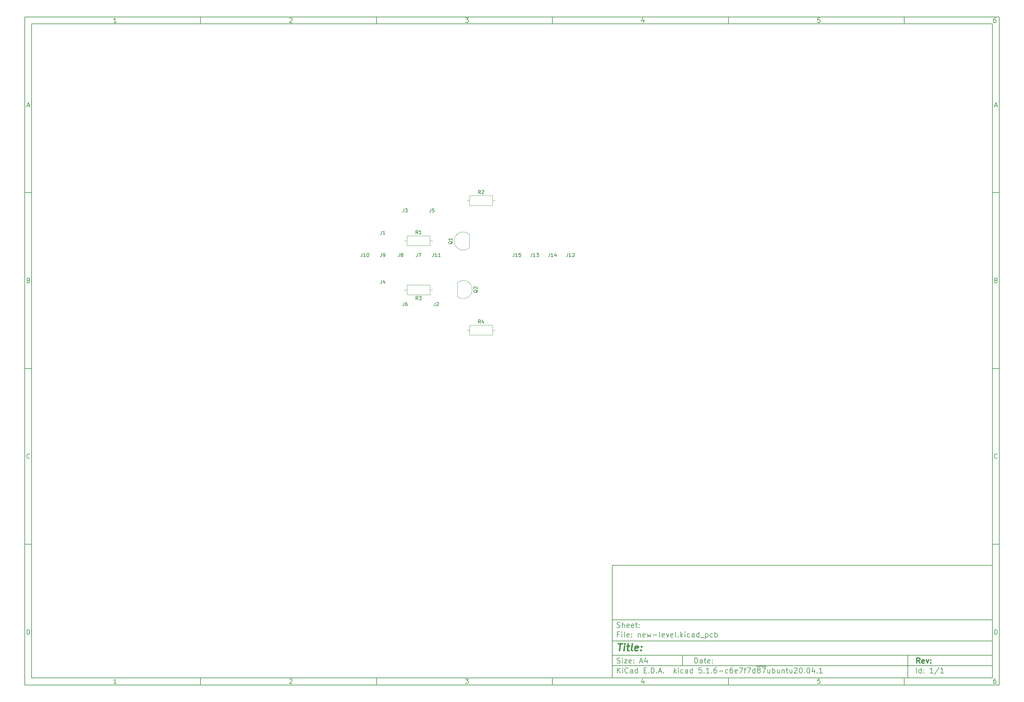
<source format=gbr>
%TF.GenerationSoftware,KiCad,Pcbnew,5.1.6-c6e7f7d~87~ubuntu20.04.1*%
%TF.CreationDate,2020-11-01T10:04:05-08:00*%
%TF.ProjectId,new-level,6e65772d-6c65-4766-956c-2e6b69636164,rev?*%
%TF.SameCoordinates,Original*%
%TF.FileFunction,Legend,Top*%
%TF.FilePolarity,Positive*%
%FSLAX46Y46*%
G04 Gerber Fmt 4.6, Leading zero omitted, Abs format (unit mm)*
G04 Created by KiCad (PCBNEW 5.1.6-c6e7f7d~87~ubuntu20.04.1) date 2020-11-01 10:04:05*
%MOMM*%
%LPD*%
G01*
G04 APERTURE LIST*
%ADD10C,0.100000*%
%ADD11C,0.150000*%
%ADD12C,0.300000*%
%ADD13C,0.400000*%
%ADD14C,0.120000*%
G04 APERTURE END LIST*
D10*
D11*
X177002200Y-166007200D02*
X177002200Y-198007200D01*
X285002200Y-198007200D01*
X285002200Y-166007200D01*
X177002200Y-166007200D01*
D10*
D11*
X10000000Y-10000000D02*
X10000000Y-200007200D01*
X287002200Y-200007200D01*
X287002200Y-10000000D01*
X10000000Y-10000000D01*
D10*
D11*
X12000000Y-12000000D02*
X12000000Y-198007200D01*
X285002200Y-198007200D01*
X285002200Y-12000000D01*
X12000000Y-12000000D01*
D10*
D11*
X60000000Y-12000000D02*
X60000000Y-10000000D01*
D10*
D11*
X110000000Y-12000000D02*
X110000000Y-10000000D01*
D10*
D11*
X160000000Y-12000000D02*
X160000000Y-10000000D01*
D10*
D11*
X210000000Y-12000000D02*
X210000000Y-10000000D01*
D10*
D11*
X260000000Y-12000000D02*
X260000000Y-10000000D01*
D10*
D11*
X36065476Y-11588095D02*
X35322619Y-11588095D01*
X35694047Y-11588095D02*
X35694047Y-10288095D01*
X35570238Y-10473809D01*
X35446428Y-10597619D01*
X35322619Y-10659523D01*
D10*
D11*
X85322619Y-10411904D02*
X85384523Y-10350000D01*
X85508333Y-10288095D01*
X85817857Y-10288095D01*
X85941666Y-10350000D01*
X86003571Y-10411904D01*
X86065476Y-10535714D01*
X86065476Y-10659523D01*
X86003571Y-10845238D01*
X85260714Y-11588095D01*
X86065476Y-11588095D01*
D10*
D11*
X135260714Y-10288095D02*
X136065476Y-10288095D01*
X135632142Y-10783333D01*
X135817857Y-10783333D01*
X135941666Y-10845238D01*
X136003571Y-10907142D01*
X136065476Y-11030952D01*
X136065476Y-11340476D01*
X136003571Y-11464285D01*
X135941666Y-11526190D01*
X135817857Y-11588095D01*
X135446428Y-11588095D01*
X135322619Y-11526190D01*
X135260714Y-11464285D01*
D10*
D11*
X185941666Y-10721428D02*
X185941666Y-11588095D01*
X185632142Y-10226190D02*
X185322619Y-11154761D01*
X186127380Y-11154761D01*
D10*
D11*
X236003571Y-10288095D02*
X235384523Y-10288095D01*
X235322619Y-10907142D01*
X235384523Y-10845238D01*
X235508333Y-10783333D01*
X235817857Y-10783333D01*
X235941666Y-10845238D01*
X236003571Y-10907142D01*
X236065476Y-11030952D01*
X236065476Y-11340476D01*
X236003571Y-11464285D01*
X235941666Y-11526190D01*
X235817857Y-11588095D01*
X235508333Y-11588095D01*
X235384523Y-11526190D01*
X235322619Y-11464285D01*
D10*
D11*
X285941666Y-10288095D02*
X285694047Y-10288095D01*
X285570238Y-10350000D01*
X285508333Y-10411904D01*
X285384523Y-10597619D01*
X285322619Y-10845238D01*
X285322619Y-11340476D01*
X285384523Y-11464285D01*
X285446428Y-11526190D01*
X285570238Y-11588095D01*
X285817857Y-11588095D01*
X285941666Y-11526190D01*
X286003571Y-11464285D01*
X286065476Y-11340476D01*
X286065476Y-11030952D01*
X286003571Y-10907142D01*
X285941666Y-10845238D01*
X285817857Y-10783333D01*
X285570238Y-10783333D01*
X285446428Y-10845238D01*
X285384523Y-10907142D01*
X285322619Y-11030952D01*
D10*
D11*
X60000000Y-198007200D02*
X60000000Y-200007200D01*
D10*
D11*
X110000000Y-198007200D02*
X110000000Y-200007200D01*
D10*
D11*
X160000000Y-198007200D02*
X160000000Y-200007200D01*
D10*
D11*
X210000000Y-198007200D02*
X210000000Y-200007200D01*
D10*
D11*
X260000000Y-198007200D02*
X260000000Y-200007200D01*
D10*
D11*
X36065476Y-199595295D02*
X35322619Y-199595295D01*
X35694047Y-199595295D02*
X35694047Y-198295295D01*
X35570238Y-198481009D01*
X35446428Y-198604819D01*
X35322619Y-198666723D01*
D10*
D11*
X85322619Y-198419104D02*
X85384523Y-198357200D01*
X85508333Y-198295295D01*
X85817857Y-198295295D01*
X85941666Y-198357200D01*
X86003571Y-198419104D01*
X86065476Y-198542914D01*
X86065476Y-198666723D01*
X86003571Y-198852438D01*
X85260714Y-199595295D01*
X86065476Y-199595295D01*
D10*
D11*
X135260714Y-198295295D02*
X136065476Y-198295295D01*
X135632142Y-198790533D01*
X135817857Y-198790533D01*
X135941666Y-198852438D01*
X136003571Y-198914342D01*
X136065476Y-199038152D01*
X136065476Y-199347676D01*
X136003571Y-199471485D01*
X135941666Y-199533390D01*
X135817857Y-199595295D01*
X135446428Y-199595295D01*
X135322619Y-199533390D01*
X135260714Y-199471485D01*
D10*
D11*
X185941666Y-198728628D02*
X185941666Y-199595295D01*
X185632142Y-198233390D02*
X185322619Y-199161961D01*
X186127380Y-199161961D01*
D10*
D11*
X236003571Y-198295295D02*
X235384523Y-198295295D01*
X235322619Y-198914342D01*
X235384523Y-198852438D01*
X235508333Y-198790533D01*
X235817857Y-198790533D01*
X235941666Y-198852438D01*
X236003571Y-198914342D01*
X236065476Y-199038152D01*
X236065476Y-199347676D01*
X236003571Y-199471485D01*
X235941666Y-199533390D01*
X235817857Y-199595295D01*
X235508333Y-199595295D01*
X235384523Y-199533390D01*
X235322619Y-199471485D01*
D10*
D11*
X285941666Y-198295295D02*
X285694047Y-198295295D01*
X285570238Y-198357200D01*
X285508333Y-198419104D01*
X285384523Y-198604819D01*
X285322619Y-198852438D01*
X285322619Y-199347676D01*
X285384523Y-199471485D01*
X285446428Y-199533390D01*
X285570238Y-199595295D01*
X285817857Y-199595295D01*
X285941666Y-199533390D01*
X286003571Y-199471485D01*
X286065476Y-199347676D01*
X286065476Y-199038152D01*
X286003571Y-198914342D01*
X285941666Y-198852438D01*
X285817857Y-198790533D01*
X285570238Y-198790533D01*
X285446428Y-198852438D01*
X285384523Y-198914342D01*
X285322619Y-199038152D01*
D10*
D11*
X10000000Y-60000000D02*
X12000000Y-60000000D01*
D10*
D11*
X10000000Y-110000000D02*
X12000000Y-110000000D01*
D10*
D11*
X10000000Y-160000000D02*
X12000000Y-160000000D01*
D10*
D11*
X10690476Y-35216666D02*
X11309523Y-35216666D01*
X10566666Y-35588095D02*
X11000000Y-34288095D01*
X11433333Y-35588095D01*
D10*
D11*
X11092857Y-84907142D02*
X11278571Y-84969047D01*
X11340476Y-85030952D01*
X11402380Y-85154761D01*
X11402380Y-85340476D01*
X11340476Y-85464285D01*
X11278571Y-85526190D01*
X11154761Y-85588095D01*
X10659523Y-85588095D01*
X10659523Y-84288095D01*
X11092857Y-84288095D01*
X11216666Y-84350000D01*
X11278571Y-84411904D01*
X11340476Y-84535714D01*
X11340476Y-84659523D01*
X11278571Y-84783333D01*
X11216666Y-84845238D01*
X11092857Y-84907142D01*
X10659523Y-84907142D01*
D10*
D11*
X11402380Y-135464285D02*
X11340476Y-135526190D01*
X11154761Y-135588095D01*
X11030952Y-135588095D01*
X10845238Y-135526190D01*
X10721428Y-135402380D01*
X10659523Y-135278571D01*
X10597619Y-135030952D01*
X10597619Y-134845238D01*
X10659523Y-134597619D01*
X10721428Y-134473809D01*
X10845238Y-134350000D01*
X11030952Y-134288095D01*
X11154761Y-134288095D01*
X11340476Y-134350000D01*
X11402380Y-134411904D01*
D10*
D11*
X10659523Y-185588095D02*
X10659523Y-184288095D01*
X10969047Y-184288095D01*
X11154761Y-184350000D01*
X11278571Y-184473809D01*
X11340476Y-184597619D01*
X11402380Y-184845238D01*
X11402380Y-185030952D01*
X11340476Y-185278571D01*
X11278571Y-185402380D01*
X11154761Y-185526190D01*
X10969047Y-185588095D01*
X10659523Y-185588095D01*
D10*
D11*
X287002200Y-60000000D02*
X285002200Y-60000000D01*
D10*
D11*
X287002200Y-110000000D02*
X285002200Y-110000000D01*
D10*
D11*
X287002200Y-160000000D02*
X285002200Y-160000000D01*
D10*
D11*
X285692676Y-35216666D02*
X286311723Y-35216666D01*
X285568866Y-35588095D02*
X286002200Y-34288095D01*
X286435533Y-35588095D01*
D10*
D11*
X286095057Y-84907142D02*
X286280771Y-84969047D01*
X286342676Y-85030952D01*
X286404580Y-85154761D01*
X286404580Y-85340476D01*
X286342676Y-85464285D01*
X286280771Y-85526190D01*
X286156961Y-85588095D01*
X285661723Y-85588095D01*
X285661723Y-84288095D01*
X286095057Y-84288095D01*
X286218866Y-84350000D01*
X286280771Y-84411904D01*
X286342676Y-84535714D01*
X286342676Y-84659523D01*
X286280771Y-84783333D01*
X286218866Y-84845238D01*
X286095057Y-84907142D01*
X285661723Y-84907142D01*
D10*
D11*
X286404580Y-135464285D02*
X286342676Y-135526190D01*
X286156961Y-135588095D01*
X286033152Y-135588095D01*
X285847438Y-135526190D01*
X285723628Y-135402380D01*
X285661723Y-135278571D01*
X285599819Y-135030952D01*
X285599819Y-134845238D01*
X285661723Y-134597619D01*
X285723628Y-134473809D01*
X285847438Y-134350000D01*
X286033152Y-134288095D01*
X286156961Y-134288095D01*
X286342676Y-134350000D01*
X286404580Y-134411904D01*
D10*
D11*
X285661723Y-185588095D02*
X285661723Y-184288095D01*
X285971247Y-184288095D01*
X286156961Y-184350000D01*
X286280771Y-184473809D01*
X286342676Y-184597619D01*
X286404580Y-184845238D01*
X286404580Y-185030952D01*
X286342676Y-185278571D01*
X286280771Y-185402380D01*
X286156961Y-185526190D01*
X285971247Y-185588095D01*
X285661723Y-185588095D01*
D10*
D11*
X200434342Y-193785771D02*
X200434342Y-192285771D01*
X200791485Y-192285771D01*
X201005771Y-192357200D01*
X201148628Y-192500057D01*
X201220057Y-192642914D01*
X201291485Y-192928628D01*
X201291485Y-193142914D01*
X201220057Y-193428628D01*
X201148628Y-193571485D01*
X201005771Y-193714342D01*
X200791485Y-193785771D01*
X200434342Y-193785771D01*
X202577200Y-193785771D02*
X202577200Y-193000057D01*
X202505771Y-192857200D01*
X202362914Y-192785771D01*
X202077200Y-192785771D01*
X201934342Y-192857200D01*
X202577200Y-193714342D02*
X202434342Y-193785771D01*
X202077200Y-193785771D01*
X201934342Y-193714342D01*
X201862914Y-193571485D01*
X201862914Y-193428628D01*
X201934342Y-193285771D01*
X202077200Y-193214342D01*
X202434342Y-193214342D01*
X202577200Y-193142914D01*
X203077200Y-192785771D02*
X203648628Y-192785771D01*
X203291485Y-192285771D02*
X203291485Y-193571485D01*
X203362914Y-193714342D01*
X203505771Y-193785771D01*
X203648628Y-193785771D01*
X204720057Y-193714342D02*
X204577200Y-193785771D01*
X204291485Y-193785771D01*
X204148628Y-193714342D01*
X204077200Y-193571485D01*
X204077200Y-193000057D01*
X204148628Y-192857200D01*
X204291485Y-192785771D01*
X204577200Y-192785771D01*
X204720057Y-192857200D01*
X204791485Y-193000057D01*
X204791485Y-193142914D01*
X204077200Y-193285771D01*
X205434342Y-193642914D02*
X205505771Y-193714342D01*
X205434342Y-193785771D01*
X205362914Y-193714342D01*
X205434342Y-193642914D01*
X205434342Y-193785771D01*
X205434342Y-192857200D02*
X205505771Y-192928628D01*
X205434342Y-193000057D01*
X205362914Y-192928628D01*
X205434342Y-192857200D01*
X205434342Y-193000057D01*
D10*
D11*
X177002200Y-194507200D02*
X285002200Y-194507200D01*
D10*
D11*
X178434342Y-196585771D02*
X178434342Y-195085771D01*
X179291485Y-196585771D02*
X178648628Y-195728628D01*
X179291485Y-195085771D02*
X178434342Y-195942914D01*
X179934342Y-196585771D02*
X179934342Y-195585771D01*
X179934342Y-195085771D02*
X179862914Y-195157200D01*
X179934342Y-195228628D01*
X180005771Y-195157200D01*
X179934342Y-195085771D01*
X179934342Y-195228628D01*
X181505771Y-196442914D02*
X181434342Y-196514342D01*
X181220057Y-196585771D01*
X181077200Y-196585771D01*
X180862914Y-196514342D01*
X180720057Y-196371485D01*
X180648628Y-196228628D01*
X180577200Y-195942914D01*
X180577200Y-195728628D01*
X180648628Y-195442914D01*
X180720057Y-195300057D01*
X180862914Y-195157200D01*
X181077200Y-195085771D01*
X181220057Y-195085771D01*
X181434342Y-195157200D01*
X181505771Y-195228628D01*
X182791485Y-196585771D02*
X182791485Y-195800057D01*
X182720057Y-195657200D01*
X182577200Y-195585771D01*
X182291485Y-195585771D01*
X182148628Y-195657200D01*
X182791485Y-196514342D02*
X182648628Y-196585771D01*
X182291485Y-196585771D01*
X182148628Y-196514342D01*
X182077200Y-196371485D01*
X182077200Y-196228628D01*
X182148628Y-196085771D01*
X182291485Y-196014342D01*
X182648628Y-196014342D01*
X182791485Y-195942914D01*
X184148628Y-196585771D02*
X184148628Y-195085771D01*
X184148628Y-196514342D02*
X184005771Y-196585771D01*
X183720057Y-196585771D01*
X183577200Y-196514342D01*
X183505771Y-196442914D01*
X183434342Y-196300057D01*
X183434342Y-195871485D01*
X183505771Y-195728628D01*
X183577200Y-195657200D01*
X183720057Y-195585771D01*
X184005771Y-195585771D01*
X184148628Y-195657200D01*
X186005771Y-195800057D02*
X186505771Y-195800057D01*
X186720057Y-196585771D02*
X186005771Y-196585771D01*
X186005771Y-195085771D01*
X186720057Y-195085771D01*
X187362914Y-196442914D02*
X187434342Y-196514342D01*
X187362914Y-196585771D01*
X187291485Y-196514342D01*
X187362914Y-196442914D01*
X187362914Y-196585771D01*
X188077200Y-196585771D02*
X188077200Y-195085771D01*
X188434342Y-195085771D01*
X188648628Y-195157200D01*
X188791485Y-195300057D01*
X188862914Y-195442914D01*
X188934342Y-195728628D01*
X188934342Y-195942914D01*
X188862914Y-196228628D01*
X188791485Y-196371485D01*
X188648628Y-196514342D01*
X188434342Y-196585771D01*
X188077200Y-196585771D01*
X189577200Y-196442914D02*
X189648628Y-196514342D01*
X189577200Y-196585771D01*
X189505771Y-196514342D01*
X189577200Y-196442914D01*
X189577200Y-196585771D01*
X190220057Y-196157200D02*
X190934342Y-196157200D01*
X190077200Y-196585771D02*
X190577200Y-195085771D01*
X191077200Y-196585771D01*
X191577200Y-196442914D02*
X191648628Y-196514342D01*
X191577200Y-196585771D01*
X191505771Y-196514342D01*
X191577200Y-196442914D01*
X191577200Y-196585771D01*
X194577200Y-196585771D02*
X194577200Y-195085771D01*
X194720057Y-196014342D02*
X195148628Y-196585771D01*
X195148628Y-195585771D02*
X194577200Y-196157200D01*
X195791485Y-196585771D02*
X195791485Y-195585771D01*
X195791485Y-195085771D02*
X195720057Y-195157200D01*
X195791485Y-195228628D01*
X195862914Y-195157200D01*
X195791485Y-195085771D01*
X195791485Y-195228628D01*
X197148628Y-196514342D02*
X197005771Y-196585771D01*
X196720057Y-196585771D01*
X196577200Y-196514342D01*
X196505771Y-196442914D01*
X196434342Y-196300057D01*
X196434342Y-195871485D01*
X196505771Y-195728628D01*
X196577200Y-195657200D01*
X196720057Y-195585771D01*
X197005771Y-195585771D01*
X197148628Y-195657200D01*
X198434342Y-196585771D02*
X198434342Y-195800057D01*
X198362914Y-195657200D01*
X198220057Y-195585771D01*
X197934342Y-195585771D01*
X197791485Y-195657200D01*
X198434342Y-196514342D02*
X198291485Y-196585771D01*
X197934342Y-196585771D01*
X197791485Y-196514342D01*
X197720057Y-196371485D01*
X197720057Y-196228628D01*
X197791485Y-196085771D01*
X197934342Y-196014342D01*
X198291485Y-196014342D01*
X198434342Y-195942914D01*
X199791485Y-196585771D02*
X199791485Y-195085771D01*
X199791485Y-196514342D02*
X199648628Y-196585771D01*
X199362914Y-196585771D01*
X199220057Y-196514342D01*
X199148628Y-196442914D01*
X199077200Y-196300057D01*
X199077200Y-195871485D01*
X199148628Y-195728628D01*
X199220057Y-195657200D01*
X199362914Y-195585771D01*
X199648628Y-195585771D01*
X199791485Y-195657200D01*
X202362914Y-195085771D02*
X201648628Y-195085771D01*
X201577200Y-195800057D01*
X201648628Y-195728628D01*
X201791485Y-195657200D01*
X202148628Y-195657200D01*
X202291485Y-195728628D01*
X202362914Y-195800057D01*
X202434342Y-195942914D01*
X202434342Y-196300057D01*
X202362914Y-196442914D01*
X202291485Y-196514342D01*
X202148628Y-196585771D01*
X201791485Y-196585771D01*
X201648628Y-196514342D01*
X201577200Y-196442914D01*
X203077200Y-196442914D02*
X203148628Y-196514342D01*
X203077200Y-196585771D01*
X203005771Y-196514342D01*
X203077200Y-196442914D01*
X203077200Y-196585771D01*
X204577200Y-196585771D02*
X203720057Y-196585771D01*
X204148628Y-196585771D02*
X204148628Y-195085771D01*
X204005771Y-195300057D01*
X203862914Y-195442914D01*
X203720057Y-195514342D01*
X205220057Y-196442914D02*
X205291485Y-196514342D01*
X205220057Y-196585771D01*
X205148628Y-196514342D01*
X205220057Y-196442914D01*
X205220057Y-196585771D01*
X206577200Y-195085771D02*
X206291485Y-195085771D01*
X206148628Y-195157200D01*
X206077200Y-195228628D01*
X205934342Y-195442914D01*
X205862914Y-195728628D01*
X205862914Y-196300057D01*
X205934342Y-196442914D01*
X206005771Y-196514342D01*
X206148628Y-196585771D01*
X206434342Y-196585771D01*
X206577200Y-196514342D01*
X206648628Y-196442914D01*
X206720057Y-196300057D01*
X206720057Y-195942914D01*
X206648628Y-195800057D01*
X206577200Y-195728628D01*
X206434342Y-195657200D01*
X206148628Y-195657200D01*
X206005771Y-195728628D01*
X205934342Y-195800057D01*
X205862914Y-195942914D01*
X207362914Y-196014342D02*
X208505771Y-196014342D01*
X209862914Y-196514342D02*
X209720057Y-196585771D01*
X209434342Y-196585771D01*
X209291485Y-196514342D01*
X209220057Y-196442914D01*
X209148628Y-196300057D01*
X209148628Y-195871485D01*
X209220057Y-195728628D01*
X209291485Y-195657200D01*
X209434342Y-195585771D01*
X209720057Y-195585771D01*
X209862914Y-195657200D01*
X211148628Y-195085771D02*
X210862914Y-195085771D01*
X210720057Y-195157200D01*
X210648628Y-195228628D01*
X210505771Y-195442914D01*
X210434342Y-195728628D01*
X210434342Y-196300057D01*
X210505771Y-196442914D01*
X210577200Y-196514342D01*
X210720057Y-196585771D01*
X211005771Y-196585771D01*
X211148628Y-196514342D01*
X211220057Y-196442914D01*
X211291485Y-196300057D01*
X211291485Y-195942914D01*
X211220057Y-195800057D01*
X211148628Y-195728628D01*
X211005771Y-195657200D01*
X210720057Y-195657200D01*
X210577200Y-195728628D01*
X210505771Y-195800057D01*
X210434342Y-195942914D01*
X212505771Y-196514342D02*
X212362914Y-196585771D01*
X212077200Y-196585771D01*
X211934342Y-196514342D01*
X211862914Y-196371485D01*
X211862914Y-195800057D01*
X211934342Y-195657200D01*
X212077200Y-195585771D01*
X212362914Y-195585771D01*
X212505771Y-195657200D01*
X212577200Y-195800057D01*
X212577200Y-195942914D01*
X211862914Y-196085771D01*
X213077200Y-195085771D02*
X214077200Y-195085771D01*
X213434342Y-196585771D01*
X214434342Y-195585771D02*
X215005771Y-195585771D01*
X214648628Y-196585771D02*
X214648628Y-195300057D01*
X214720057Y-195157200D01*
X214862914Y-195085771D01*
X215005771Y-195085771D01*
X215362914Y-195085771D02*
X216362914Y-195085771D01*
X215720057Y-196585771D01*
X217577200Y-196585771D02*
X217577200Y-195085771D01*
X217577200Y-196514342D02*
X217434342Y-196585771D01*
X217148628Y-196585771D01*
X217005771Y-196514342D01*
X216934342Y-196442914D01*
X216862914Y-196300057D01*
X216862914Y-195871485D01*
X216934342Y-195728628D01*
X217005771Y-195657200D01*
X217148628Y-195585771D01*
X217434342Y-195585771D01*
X217577200Y-195657200D01*
X217934342Y-194677200D02*
X219362914Y-194677200D01*
X218505771Y-195728628D02*
X218362914Y-195657200D01*
X218291485Y-195585771D01*
X218220057Y-195442914D01*
X218220057Y-195371485D01*
X218291485Y-195228628D01*
X218362914Y-195157200D01*
X218505771Y-195085771D01*
X218791485Y-195085771D01*
X218934342Y-195157200D01*
X219005771Y-195228628D01*
X219077200Y-195371485D01*
X219077200Y-195442914D01*
X219005771Y-195585771D01*
X218934342Y-195657200D01*
X218791485Y-195728628D01*
X218505771Y-195728628D01*
X218362914Y-195800057D01*
X218291485Y-195871485D01*
X218220057Y-196014342D01*
X218220057Y-196300057D01*
X218291485Y-196442914D01*
X218362914Y-196514342D01*
X218505771Y-196585771D01*
X218791485Y-196585771D01*
X218934342Y-196514342D01*
X219005771Y-196442914D01*
X219077200Y-196300057D01*
X219077200Y-196014342D01*
X219005771Y-195871485D01*
X218934342Y-195800057D01*
X218791485Y-195728628D01*
X219362914Y-194677200D02*
X220791485Y-194677200D01*
X219577200Y-195085771D02*
X220577200Y-195085771D01*
X219934342Y-196585771D01*
X221791485Y-195585771D02*
X221791485Y-196585771D01*
X221148628Y-195585771D02*
X221148628Y-196371485D01*
X221220057Y-196514342D01*
X221362914Y-196585771D01*
X221577200Y-196585771D01*
X221720057Y-196514342D01*
X221791485Y-196442914D01*
X222505771Y-196585771D02*
X222505771Y-195085771D01*
X222505771Y-195657200D02*
X222648628Y-195585771D01*
X222934342Y-195585771D01*
X223077200Y-195657200D01*
X223148628Y-195728628D01*
X223220057Y-195871485D01*
X223220057Y-196300057D01*
X223148628Y-196442914D01*
X223077200Y-196514342D01*
X222934342Y-196585771D01*
X222648628Y-196585771D01*
X222505771Y-196514342D01*
X224505771Y-195585771D02*
X224505771Y-196585771D01*
X223862914Y-195585771D02*
X223862914Y-196371485D01*
X223934342Y-196514342D01*
X224077200Y-196585771D01*
X224291485Y-196585771D01*
X224434342Y-196514342D01*
X224505771Y-196442914D01*
X225220057Y-195585771D02*
X225220057Y-196585771D01*
X225220057Y-195728628D02*
X225291485Y-195657200D01*
X225434342Y-195585771D01*
X225648628Y-195585771D01*
X225791485Y-195657200D01*
X225862914Y-195800057D01*
X225862914Y-196585771D01*
X226362914Y-195585771D02*
X226934342Y-195585771D01*
X226577200Y-195085771D02*
X226577200Y-196371485D01*
X226648628Y-196514342D01*
X226791485Y-196585771D01*
X226934342Y-196585771D01*
X228077200Y-195585771D02*
X228077200Y-196585771D01*
X227434342Y-195585771D02*
X227434342Y-196371485D01*
X227505771Y-196514342D01*
X227648628Y-196585771D01*
X227862914Y-196585771D01*
X228005771Y-196514342D01*
X228077200Y-196442914D01*
X228720057Y-195228628D02*
X228791485Y-195157200D01*
X228934342Y-195085771D01*
X229291485Y-195085771D01*
X229434342Y-195157200D01*
X229505771Y-195228628D01*
X229577200Y-195371485D01*
X229577200Y-195514342D01*
X229505771Y-195728628D01*
X228648628Y-196585771D01*
X229577200Y-196585771D01*
X230505771Y-195085771D02*
X230648628Y-195085771D01*
X230791485Y-195157200D01*
X230862914Y-195228628D01*
X230934342Y-195371485D01*
X231005771Y-195657200D01*
X231005771Y-196014342D01*
X230934342Y-196300057D01*
X230862914Y-196442914D01*
X230791485Y-196514342D01*
X230648628Y-196585771D01*
X230505771Y-196585771D01*
X230362914Y-196514342D01*
X230291485Y-196442914D01*
X230220057Y-196300057D01*
X230148628Y-196014342D01*
X230148628Y-195657200D01*
X230220057Y-195371485D01*
X230291485Y-195228628D01*
X230362914Y-195157200D01*
X230505771Y-195085771D01*
X231648628Y-196442914D02*
X231720057Y-196514342D01*
X231648628Y-196585771D01*
X231577200Y-196514342D01*
X231648628Y-196442914D01*
X231648628Y-196585771D01*
X232648628Y-195085771D02*
X232791485Y-195085771D01*
X232934342Y-195157200D01*
X233005771Y-195228628D01*
X233077200Y-195371485D01*
X233148628Y-195657200D01*
X233148628Y-196014342D01*
X233077200Y-196300057D01*
X233005771Y-196442914D01*
X232934342Y-196514342D01*
X232791485Y-196585771D01*
X232648628Y-196585771D01*
X232505771Y-196514342D01*
X232434342Y-196442914D01*
X232362914Y-196300057D01*
X232291485Y-196014342D01*
X232291485Y-195657200D01*
X232362914Y-195371485D01*
X232434342Y-195228628D01*
X232505771Y-195157200D01*
X232648628Y-195085771D01*
X234434342Y-195585771D02*
X234434342Y-196585771D01*
X234077200Y-195014342D02*
X233720057Y-196085771D01*
X234648628Y-196085771D01*
X235220057Y-196442914D02*
X235291485Y-196514342D01*
X235220057Y-196585771D01*
X235148628Y-196514342D01*
X235220057Y-196442914D01*
X235220057Y-196585771D01*
X236720057Y-196585771D02*
X235862914Y-196585771D01*
X236291485Y-196585771D02*
X236291485Y-195085771D01*
X236148628Y-195300057D01*
X236005771Y-195442914D01*
X235862914Y-195514342D01*
D10*
D11*
X177002200Y-191507200D02*
X285002200Y-191507200D01*
D10*
D12*
X264411485Y-193785771D02*
X263911485Y-193071485D01*
X263554342Y-193785771D02*
X263554342Y-192285771D01*
X264125771Y-192285771D01*
X264268628Y-192357200D01*
X264340057Y-192428628D01*
X264411485Y-192571485D01*
X264411485Y-192785771D01*
X264340057Y-192928628D01*
X264268628Y-193000057D01*
X264125771Y-193071485D01*
X263554342Y-193071485D01*
X265625771Y-193714342D02*
X265482914Y-193785771D01*
X265197200Y-193785771D01*
X265054342Y-193714342D01*
X264982914Y-193571485D01*
X264982914Y-193000057D01*
X265054342Y-192857200D01*
X265197200Y-192785771D01*
X265482914Y-192785771D01*
X265625771Y-192857200D01*
X265697200Y-193000057D01*
X265697200Y-193142914D01*
X264982914Y-193285771D01*
X266197200Y-192785771D02*
X266554342Y-193785771D01*
X266911485Y-192785771D01*
X267482914Y-193642914D02*
X267554342Y-193714342D01*
X267482914Y-193785771D01*
X267411485Y-193714342D01*
X267482914Y-193642914D01*
X267482914Y-193785771D01*
X267482914Y-192857200D02*
X267554342Y-192928628D01*
X267482914Y-193000057D01*
X267411485Y-192928628D01*
X267482914Y-192857200D01*
X267482914Y-193000057D01*
D10*
D11*
X178362914Y-193714342D02*
X178577200Y-193785771D01*
X178934342Y-193785771D01*
X179077200Y-193714342D01*
X179148628Y-193642914D01*
X179220057Y-193500057D01*
X179220057Y-193357200D01*
X179148628Y-193214342D01*
X179077200Y-193142914D01*
X178934342Y-193071485D01*
X178648628Y-193000057D01*
X178505771Y-192928628D01*
X178434342Y-192857200D01*
X178362914Y-192714342D01*
X178362914Y-192571485D01*
X178434342Y-192428628D01*
X178505771Y-192357200D01*
X178648628Y-192285771D01*
X179005771Y-192285771D01*
X179220057Y-192357200D01*
X179862914Y-193785771D02*
X179862914Y-192785771D01*
X179862914Y-192285771D02*
X179791485Y-192357200D01*
X179862914Y-192428628D01*
X179934342Y-192357200D01*
X179862914Y-192285771D01*
X179862914Y-192428628D01*
X180434342Y-192785771D02*
X181220057Y-192785771D01*
X180434342Y-193785771D01*
X181220057Y-193785771D01*
X182362914Y-193714342D02*
X182220057Y-193785771D01*
X181934342Y-193785771D01*
X181791485Y-193714342D01*
X181720057Y-193571485D01*
X181720057Y-193000057D01*
X181791485Y-192857200D01*
X181934342Y-192785771D01*
X182220057Y-192785771D01*
X182362914Y-192857200D01*
X182434342Y-193000057D01*
X182434342Y-193142914D01*
X181720057Y-193285771D01*
X183077200Y-193642914D02*
X183148628Y-193714342D01*
X183077200Y-193785771D01*
X183005771Y-193714342D01*
X183077200Y-193642914D01*
X183077200Y-193785771D01*
X183077200Y-192857200D02*
X183148628Y-192928628D01*
X183077200Y-193000057D01*
X183005771Y-192928628D01*
X183077200Y-192857200D01*
X183077200Y-193000057D01*
X184862914Y-193357200D02*
X185577200Y-193357200D01*
X184720057Y-193785771D02*
X185220057Y-192285771D01*
X185720057Y-193785771D01*
X186862914Y-192785771D02*
X186862914Y-193785771D01*
X186505771Y-192214342D02*
X186148628Y-193285771D01*
X187077200Y-193285771D01*
D10*
D11*
X263434342Y-196585771D02*
X263434342Y-195085771D01*
X264791485Y-196585771D02*
X264791485Y-195085771D01*
X264791485Y-196514342D02*
X264648628Y-196585771D01*
X264362914Y-196585771D01*
X264220057Y-196514342D01*
X264148628Y-196442914D01*
X264077200Y-196300057D01*
X264077200Y-195871485D01*
X264148628Y-195728628D01*
X264220057Y-195657200D01*
X264362914Y-195585771D01*
X264648628Y-195585771D01*
X264791485Y-195657200D01*
X265505771Y-196442914D02*
X265577200Y-196514342D01*
X265505771Y-196585771D01*
X265434342Y-196514342D01*
X265505771Y-196442914D01*
X265505771Y-196585771D01*
X265505771Y-195657200D02*
X265577200Y-195728628D01*
X265505771Y-195800057D01*
X265434342Y-195728628D01*
X265505771Y-195657200D01*
X265505771Y-195800057D01*
X268148628Y-196585771D02*
X267291485Y-196585771D01*
X267720057Y-196585771D02*
X267720057Y-195085771D01*
X267577200Y-195300057D01*
X267434342Y-195442914D01*
X267291485Y-195514342D01*
X269862914Y-195014342D02*
X268577200Y-196942914D01*
X271148628Y-196585771D02*
X270291485Y-196585771D01*
X270720057Y-196585771D02*
X270720057Y-195085771D01*
X270577200Y-195300057D01*
X270434342Y-195442914D01*
X270291485Y-195514342D01*
D10*
D11*
X177002200Y-187507200D02*
X285002200Y-187507200D01*
D10*
D13*
X178714580Y-188211961D02*
X179857438Y-188211961D01*
X179036009Y-190211961D02*
X179286009Y-188211961D01*
X180274104Y-190211961D02*
X180440771Y-188878628D01*
X180524104Y-188211961D02*
X180416961Y-188307200D01*
X180500295Y-188402438D01*
X180607438Y-188307200D01*
X180524104Y-188211961D01*
X180500295Y-188402438D01*
X181107438Y-188878628D02*
X181869342Y-188878628D01*
X181476485Y-188211961D02*
X181262200Y-189926247D01*
X181333628Y-190116723D01*
X181512200Y-190211961D01*
X181702676Y-190211961D01*
X182655057Y-190211961D02*
X182476485Y-190116723D01*
X182405057Y-189926247D01*
X182619342Y-188211961D01*
X184190771Y-190116723D02*
X183988390Y-190211961D01*
X183607438Y-190211961D01*
X183428866Y-190116723D01*
X183357438Y-189926247D01*
X183452676Y-189164342D01*
X183571723Y-188973866D01*
X183774104Y-188878628D01*
X184155057Y-188878628D01*
X184333628Y-188973866D01*
X184405057Y-189164342D01*
X184381247Y-189354819D01*
X183405057Y-189545295D01*
X185155057Y-190021485D02*
X185238390Y-190116723D01*
X185131247Y-190211961D01*
X185047914Y-190116723D01*
X185155057Y-190021485D01*
X185131247Y-190211961D01*
X185286009Y-188973866D02*
X185369342Y-189069104D01*
X185262200Y-189164342D01*
X185178866Y-189069104D01*
X185286009Y-188973866D01*
X185262200Y-189164342D01*
D10*
D11*
X178934342Y-185600057D02*
X178434342Y-185600057D01*
X178434342Y-186385771D02*
X178434342Y-184885771D01*
X179148628Y-184885771D01*
X179720057Y-186385771D02*
X179720057Y-185385771D01*
X179720057Y-184885771D02*
X179648628Y-184957200D01*
X179720057Y-185028628D01*
X179791485Y-184957200D01*
X179720057Y-184885771D01*
X179720057Y-185028628D01*
X180648628Y-186385771D02*
X180505771Y-186314342D01*
X180434342Y-186171485D01*
X180434342Y-184885771D01*
X181791485Y-186314342D02*
X181648628Y-186385771D01*
X181362914Y-186385771D01*
X181220057Y-186314342D01*
X181148628Y-186171485D01*
X181148628Y-185600057D01*
X181220057Y-185457200D01*
X181362914Y-185385771D01*
X181648628Y-185385771D01*
X181791485Y-185457200D01*
X181862914Y-185600057D01*
X181862914Y-185742914D01*
X181148628Y-185885771D01*
X182505771Y-186242914D02*
X182577200Y-186314342D01*
X182505771Y-186385771D01*
X182434342Y-186314342D01*
X182505771Y-186242914D01*
X182505771Y-186385771D01*
X182505771Y-185457200D02*
X182577200Y-185528628D01*
X182505771Y-185600057D01*
X182434342Y-185528628D01*
X182505771Y-185457200D01*
X182505771Y-185600057D01*
X184362914Y-185385771D02*
X184362914Y-186385771D01*
X184362914Y-185528628D02*
X184434342Y-185457200D01*
X184577200Y-185385771D01*
X184791485Y-185385771D01*
X184934342Y-185457200D01*
X185005771Y-185600057D01*
X185005771Y-186385771D01*
X186291485Y-186314342D02*
X186148628Y-186385771D01*
X185862914Y-186385771D01*
X185720057Y-186314342D01*
X185648628Y-186171485D01*
X185648628Y-185600057D01*
X185720057Y-185457200D01*
X185862914Y-185385771D01*
X186148628Y-185385771D01*
X186291485Y-185457200D01*
X186362914Y-185600057D01*
X186362914Y-185742914D01*
X185648628Y-185885771D01*
X186862914Y-185385771D02*
X187148628Y-186385771D01*
X187434342Y-185671485D01*
X187720057Y-186385771D01*
X188005771Y-185385771D01*
X188577200Y-185814342D02*
X189720057Y-185814342D01*
X190648628Y-186385771D02*
X190505771Y-186314342D01*
X190434342Y-186171485D01*
X190434342Y-184885771D01*
X191791485Y-186314342D02*
X191648628Y-186385771D01*
X191362914Y-186385771D01*
X191220057Y-186314342D01*
X191148628Y-186171485D01*
X191148628Y-185600057D01*
X191220057Y-185457200D01*
X191362914Y-185385771D01*
X191648628Y-185385771D01*
X191791485Y-185457200D01*
X191862914Y-185600057D01*
X191862914Y-185742914D01*
X191148628Y-185885771D01*
X192362914Y-185385771D02*
X192720057Y-186385771D01*
X193077200Y-185385771D01*
X194220057Y-186314342D02*
X194077200Y-186385771D01*
X193791485Y-186385771D01*
X193648628Y-186314342D01*
X193577200Y-186171485D01*
X193577200Y-185600057D01*
X193648628Y-185457200D01*
X193791485Y-185385771D01*
X194077200Y-185385771D01*
X194220057Y-185457200D01*
X194291485Y-185600057D01*
X194291485Y-185742914D01*
X193577200Y-185885771D01*
X195148628Y-186385771D02*
X195005771Y-186314342D01*
X194934342Y-186171485D01*
X194934342Y-184885771D01*
X195720057Y-186242914D02*
X195791485Y-186314342D01*
X195720057Y-186385771D01*
X195648628Y-186314342D01*
X195720057Y-186242914D01*
X195720057Y-186385771D01*
X196434342Y-186385771D02*
X196434342Y-184885771D01*
X196577200Y-185814342D02*
X197005771Y-186385771D01*
X197005771Y-185385771D02*
X196434342Y-185957200D01*
X197648628Y-186385771D02*
X197648628Y-185385771D01*
X197648628Y-184885771D02*
X197577200Y-184957200D01*
X197648628Y-185028628D01*
X197720057Y-184957200D01*
X197648628Y-184885771D01*
X197648628Y-185028628D01*
X199005771Y-186314342D02*
X198862914Y-186385771D01*
X198577200Y-186385771D01*
X198434342Y-186314342D01*
X198362914Y-186242914D01*
X198291485Y-186100057D01*
X198291485Y-185671485D01*
X198362914Y-185528628D01*
X198434342Y-185457200D01*
X198577200Y-185385771D01*
X198862914Y-185385771D01*
X199005771Y-185457200D01*
X200291485Y-186385771D02*
X200291485Y-185600057D01*
X200220057Y-185457200D01*
X200077200Y-185385771D01*
X199791485Y-185385771D01*
X199648628Y-185457200D01*
X200291485Y-186314342D02*
X200148628Y-186385771D01*
X199791485Y-186385771D01*
X199648628Y-186314342D01*
X199577200Y-186171485D01*
X199577200Y-186028628D01*
X199648628Y-185885771D01*
X199791485Y-185814342D01*
X200148628Y-185814342D01*
X200291485Y-185742914D01*
X201648628Y-186385771D02*
X201648628Y-184885771D01*
X201648628Y-186314342D02*
X201505771Y-186385771D01*
X201220057Y-186385771D01*
X201077200Y-186314342D01*
X201005771Y-186242914D01*
X200934342Y-186100057D01*
X200934342Y-185671485D01*
X201005771Y-185528628D01*
X201077200Y-185457200D01*
X201220057Y-185385771D01*
X201505771Y-185385771D01*
X201648628Y-185457200D01*
X202005771Y-186528628D02*
X203148628Y-186528628D01*
X203505771Y-185385771D02*
X203505771Y-186885771D01*
X203505771Y-185457200D02*
X203648628Y-185385771D01*
X203934342Y-185385771D01*
X204077200Y-185457200D01*
X204148628Y-185528628D01*
X204220057Y-185671485D01*
X204220057Y-186100057D01*
X204148628Y-186242914D01*
X204077200Y-186314342D01*
X203934342Y-186385771D01*
X203648628Y-186385771D01*
X203505771Y-186314342D01*
X205505771Y-186314342D02*
X205362914Y-186385771D01*
X205077200Y-186385771D01*
X204934342Y-186314342D01*
X204862914Y-186242914D01*
X204791485Y-186100057D01*
X204791485Y-185671485D01*
X204862914Y-185528628D01*
X204934342Y-185457200D01*
X205077200Y-185385771D01*
X205362914Y-185385771D01*
X205505771Y-185457200D01*
X206148628Y-186385771D02*
X206148628Y-184885771D01*
X206148628Y-185457200D02*
X206291485Y-185385771D01*
X206577200Y-185385771D01*
X206720057Y-185457200D01*
X206791485Y-185528628D01*
X206862914Y-185671485D01*
X206862914Y-186100057D01*
X206791485Y-186242914D01*
X206720057Y-186314342D01*
X206577200Y-186385771D01*
X206291485Y-186385771D01*
X206148628Y-186314342D01*
D10*
D11*
X177002200Y-181507200D02*
X285002200Y-181507200D01*
D10*
D11*
X178362914Y-183614342D02*
X178577200Y-183685771D01*
X178934342Y-183685771D01*
X179077200Y-183614342D01*
X179148628Y-183542914D01*
X179220057Y-183400057D01*
X179220057Y-183257200D01*
X179148628Y-183114342D01*
X179077200Y-183042914D01*
X178934342Y-182971485D01*
X178648628Y-182900057D01*
X178505771Y-182828628D01*
X178434342Y-182757200D01*
X178362914Y-182614342D01*
X178362914Y-182471485D01*
X178434342Y-182328628D01*
X178505771Y-182257200D01*
X178648628Y-182185771D01*
X179005771Y-182185771D01*
X179220057Y-182257200D01*
X179862914Y-183685771D02*
X179862914Y-182185771D01*
X180505771Y-183685771D02*
X180505771Y-182900057D01*
X180434342Y-182757200D01*
X180291485Y-182685771D01*
X180077200Y-182685771D01*
X179934342Y-182757200D01*
X179862914Y-182828628D01*
X181791485Y-183614342D02*
X181648628Y-183685771D01*
X181362914Y-183685771D01*
X181220057Y-183614342D01*
X181148628Y-183471485D01*
X181148628Y-182900057D01*
X181220057Y-182757200D01*
X181362914Y-182685771D01*
X181648628Y-182685771D01*
X181791485Y-182757200D01*
X181862914Y-182900057D01*
X181862914Y-183042914D01*
X181148628Y-183185771D01*
X183077200Y-183614342D02*
X182934342Y-183685771D01*
X182648628Y-183685771D01*
X182505771Y-183614342D01*
X182434342Y-183471485D01*
X182434342Y-182900057D01*
X182505771Y-182757200D01*
X182648628Y-182685771D01*
X182934342Y-182685771D01*
X183077200Y-182757200D01*
X183148628Y-182900057D01*
X183148628Y-183042914D01*
X182434342Y-183185771D01*
X183577200Y-182685771D02*
X184148628Y-182685771D01*
X183791485Y-182185771D02*
X183791485Y-183471485D01*
X183862914Y-183614342D01*
X184005771Y-183685771D01*
X184148628Y-183685771D01*
X184648628Y-183542914D02*
X184720057Y-183614342D01*
X184648628Y-183685771D01*
X184577200Y-183614342D01*
X184648628Y-183542914D01*
X184648628Y-183685771D01*
X184648628Y-182757200D02*
X184720057Y-182828628D01*
X184648628Y-182900057D01*
X184577200Y-182828628D01*
X184648628Y-182757200D01*
X184648628Y-182900057D01*
D10*
D11*
X197002200Y-191507200D02*
X197002200Y-194507200D01*
D10*
D11*
X261002200Y-191507200D02*
X261002200Y-198007200D01*
D14*
%TO.C,R4*%
X136430000Y-97690000D02*
X136430000Y-100430000D01*
X136430000Y-100430000D02*
X142970000Y-100430000D01*
X142970000Y-100430000D02*
X142970000Y-97690000D01*
X142970000Y-97690000D02*
X136430000Y-97690000D01*
X135660000Y-99060000D02*
X136430000Y-99060000D01*
X143740000Y-99060000D02*
X142970000Y-99060000D01*
%TO.C,R3*%
X125190000Y-89000000D02*
X125190000Y-86260000D01*
X125190000Y-86260000D02*
X118650000Y-86260000D01*
X118650000Y-86260000D02*
X118650000Y-89000000D01*
X118650000Y-89000000D02*
X125190000Y-89000000D01*
X125960000Y-87630000D02*
X125190000Y-87630000D01*
X117880000Y-87630000D02*
X118650000Y-87630000D01*
%TO.C,R2*%
X136430000Y-60860000D02*
X136430000Y-63600000D01*
X136430000Y-63600000D02*
X142970000Y-63600000D01*
X142970000Y-63600000D02*
X142970000Y-60860000D01*
X142970000Y-60860000D02*
X136430000Y-60860000D01*
X135660000Y-62230000D02*
X136430000Y-62230000D01*
X143740000Y-62230000D02*
X142970000Y-62230000D01*
%TO.C,R1*%
X118650000Y-72290000D02*
X118650000Y-75030000D01*
X118650000Y-75030000D02*
X125190000Y-75030000D01*
X125190000Y-75030000D02*
X125190000Y-72290000D01*
X125190000Y-72290000D02*
X118650000Y-72290000D01*
X117880000Y-73660000D02*
X118650000Y-73660000D01*
X125960000Y-73660000D02*
X125190000Y-73660000D01*
%TO.C,Q2*%
X132929878Y-89498611D02*
G75*
G03*
X132920000Y-85610000I1690122J1948611D01*
G01*
X132920000Y-85610000D02*
X132920000Y-89460000D01*
%TO.C,Q1*%
X136310122Y-71791389D02*
G75*
G03*
X136320000Y-75680000I-1690122J-1948611D01*
G01*
X136320000Y-75680000D02*
X136320000Y-71830000D01*
%TO.C,R4*%
D11*
X139533333Y-97142380D02*
X139200000Y-96666190D01*
X138961904Y-97142380D02*
X138961904Y-96142380D01*
X139342857Y-96142380D01*
X139438095Y-96190000D01*
X139485714Y-96237619D01*
X139533333Y-96332857D01*
X139533333Y-96475714D01*
X139485714Y-96570952D01*
X139438095Y-96618571D01*
X139342857Y-96666190D01*
X138961904Y-96666190D01*
X140390476Y-96475714D02*
X140390476Y-97142380D01*
X140152380Y-96094761D02*
X139914285Y-96809047D01*
X140533333Y-96809047D01*
%TO.C,R3*%
X121753333Y-90452380D02*
X121420000Y-89976190D01*
X121181904Y-90452380D02*
X121181904Y-89452380D01*
X121562857Y-89452380D01*
X121658095Y-89500000D01*
X121705714Y-89547619D01*
X121753333Y-89642857D01*
X121753333Y-89785714D01*
X121705714Y-89880952D01*
X121658095Y-89928571D01*
X121562857Y-89976190D01*
X121181904Y-89976190D01*
X122086666Y-89452380D02*
X122705714Y-89452380D01*
X122372380Y-89833333D01*
X122515238Y-89833333D01*
X122610476Y-89880952D01*
X122658095Y-89928571D01*
X122705714Y-90023809D01*
X122705714Y-90261904D01*
X122658095Y-90357142D01*
X122610476Y-90404761D01*
X122515238Y-90452380D01*
X122229523Y-90452380D01*
X122134285Y-90404761D01*
X122086666Y-90357142D01*
%TO.C,R2*%
X139533333Y-60312380D02*
X139200000Y-59836190D01*
X138961904Y-60312380D02*
X138961904Y-59312380D01*
X139342857Y-59312380D01*
X139438095Y-59360000D01*
X139485714Y-59407619D01*
X139533333Y-59502857D01*
X139533333Y-59645714D01*
X139485714Y-59740952D01*
X139438095Y-59788571D01*
X139342857Y-59836190D01*
X138961904Y-59836190D01*
X139914285Y-59407619D02*
X139961904Y-59360000D01*
X140057142Y-59312380D01*
X140295238Y-59312380D01*
X140390476Y-59360000D01*
X140438095Y-59407619D01*
X140485714Y-59502857D01*
X140485714Y-59598095D01*
X140438095Y-59740952D01*
X139866666Y-60312380D01*
X140485714Y-60312380D01*
%TO.C,R1*%
X121753333Y-71742380D02*
X121420000Y-71266190D01*
X121181904Y-71742380D02*
X121181904Y-70742380D01*
X121562857Y-70742380D01*
X121658095Y-70790000D01*
X121705714Y-70837619D01*
X121753333Y-70932857D01*
X121753333Y-71075714D01*
X121705714Y-71170952D01*
X121658095Y-71218571D01*
X121562857Y-71266190D01*
X121181904Y-71266190D01*
X122705714Y-71742380D02*
X122134285Y-71742380D01*
X122420000Y-71742380D02*
X122420000Y-70742380D01*
X122324761Y-70885238D01*
X122229523Y-70980476D01*
X122134285Y-71028095D01*
%TO.C,Q2*%
X138727619Y-87645238D02*
X138680000Y-87740476D01*
X138584761Y-87835714D01*
X138441904Y-87978571D01*
X138394285Y-88073809D01*
X138394285Y-88169047D01*
X138632380Y-88121428D02*
X138584761Y-88216666D01*
X138489523Y-88311904D01*
X138299047Y-88359523D01*
X137965714Y-88359523D01*
X137775238Y-88311904D01*
X137680000Y-88216666D01*
X137632380Y-88121428D01*
X137632380Y-87930952D01*
X137680000Y-87835714D01*
X137775238Y-87740476D01*
X137965714Y-87692857D01*
X138299047Y-87692857D01*
X138489523Y-87740476D01*
X138584761Y-87835714D01*
X138632380Y-87930952D01*
X138632380Y-88121428D01*
X137727619Y-87311904D02*
X137680000Y-87264285D01*
X137632380Y-87169047D01*
X137632380Y-86930952D01*
X137680000Y-86835714D01*
X137727619Y-86788095D01*
X137822857Y-86740476D01*
X137918095Y-86740476D01*
X138060952Y-86788095D01*
X138632380Y-87359523D01*
X138632380Y-86740476D01*
%TO.C,Q1*%
X131607619Y-73835238D02*
X131560000Y-73930476D01*
X131464761Y-74025714D01*
X131321904Y-74168571D01*
X131274285Y-74263809D01*
X131274285Y-74359047D01*
X131512380Y-74311428D02*
X131464761Y-74406666D01*
X131369523Y-74501904D01*
X131179047Y-74549523D01*
X130845714Y-74549523D01*
X130655238Y-74501904D01*
X130560000Y-74406666D01*
X130512380Y-74311428D01*
X130512380Y-74120952D01*
X130560000Y-74025714D01*
X130655238Y-73930476D01*
X130845714Y-73882857D01*
X131179047Y-73882857D01*
X131369523Y-73930476D01*
X131464761Y-74025714D01*
X131512380Y-74120952D01*
X131512380Y-74311428D01*
X131512380Y-72930476D02*
X131512380Y-73501904D01*
X131512380Y-73216190D02*
X130512380Y-73216190D01*
X130655238Y-73311428D01*
X130750476Y-73406666D01*
X130798095Y-73501904D01*
%TO.C,J15*%
X149050476Y-77212380D02*
X149050476Y-77926666D01*
X149002857Y-78069523D01*
X148907619Y-78164761D01*
X148764761Y-78212380D01*
X148669523Y-78212380D01*
X150050476Y-78212380D02*
X149479047Y-78212380D01*
X149764761Y-78212380D02*
X149764761Y-77212380D01*
X149669523Y-77355238D01*
X149574285Y-77450476D01*
X149479047Y-77498095D01*
X150955238Y-77212380D02*
X150479047Y-77212380D01*
X150431428Y-77688571D01*
X150479047Y-77640952D01*
X150574285Y-77593333D01*
X150812380Y-77593333D01*
X150907619Y-77640952D01*
X150955238Y-77688571D01*
X151002857Y-77783809D01*
X151002857Y-78021904D01*
X150955238Y-78117142D01*
X150907619Y-78164761D01*
X150812380Y-78212380D01*
X150574285Y-78212380D01*
X150479047Y-78164761D01*
X150431428Y-78117142D01*
%TO.C,J14*%
X159210476Y-77212380D02*
X159210476Y-77926666D01*
X159162857Y-78069523D01*
X159067619Y-78164761D01*
X158924761Y-78212380D01*
X158829523Y-78212380D01*
X160210476Y-78212380D02*
X159639047Y-78212380D01*
X159924761Y-78212380D02*
X159924761Y-77212380D01*
X159829523Y-77355238D01*
X159734285Y-77450476D01*
X159639047Y-77498095D01*
X161067619Y-77545714D02*
X161067619Y-78212380D01*
X160829523Y-77164761D02*
X160591428Y-77879047D01*
X161210476Y-77879047D01*
%TO.C,J13*%
X154130476Y-77212380D02*
X154130476Y-77926666D01*
X154082857Y-78069523D01*
X153987619Y-78164761D01*
X153844761Y-78212380D01*
X153749523Y-78212380D01*
X155130476Y-78212380D02*
X154559047Y-78212380D01*
X154844761Y-78212380D02*
X154844761Y-77212380D01*
X154749523Y-77355238D01*
X154654285Y-77450476D01*
X154559047Y-77498095D01*
X155463809Y-77212380D02*
X156082857Y-77212380D01*
X155749523Y-77593333D01*
X155892380Y-77593333D01*
X155987619Y-77640952D01*
X156035238Y-77688571D01*
X156082857Y-77783809D01*
X156082857Y-78021904D01*
X156035238Y-78117142D01*
X155987619Y-78164761D01*
X155892380Y-78212380D01*
X155606666Y-78212380D01*
X155511428Y-78164761D01*
X155463809Y-78117142D01*
%TO.C,J12*%
X164290476Y-77212380D02*
X164290476Y-77926666D01*
X164242857Y-78069523D01*
X164147619Y-78164761D01*
X164004761Y-78212380D01*
X163909523Y-78212380D01*
X165290476Y-78212380D02*
X164719047Y-78212380D01*
X165004761Y-78212380D02*
X165004761Y-77212380D01*
X164909523Y-77355238D01*
X164814285Y-77450476D01*
X164719047Y-77498095D01*
X165671428Y-77307619D02*
X165719047Y-77260000D01*
X165814285Y-77212380D01*
X166052380Y-77212380D01*
X166147619Y-77260000D01*
X166195238Y-77307619D01*
X166242857Y-77402857D01*
X166242857Y-77498095D01*
X166195238Y-77640952D01*
X165623809Y-78212380D01*
X166242857Y-78212380D01*
%TO.C,J11*%
X126190476Y-77212380D02*
X126190476Y-77926666D01*
X126142857Y-78069523D01*
X126047619Y-78164761D01*
X125904761Y-78212380D01*
X125809523Y-78212380D01*
X127190476Y-78212380D02*
X126619047Y-78212380D01*
X126904761Y-78212380D02*
X126904761Y-77212380D01*
X126809523Y-77355238D01*
X126714285Y-77450476D01*
X126619047Y-77498095D01*
X128142857Y-78212380D02*
X127571428Y-78212380D01*
X127857142Y-78212380D02*
X127857142Y-77212380D01*
X127761904Y-77355238D01*
X127666666Y-77450476D01*
X127571428Y-77498095D01*
%TO.C,J10*%
X105870476Y-77212380D02*
X105870476Y-77926666D01*
X105822857Y-78069523D01*
X105727619Y-78164761D01*
X105584761Y-78212380D01*
X105489523Y-78212380D01*
X106870476Y-78212380D02*
X106299047Y-78212380D01*
X106584761Y-78212380D02*
X106584761Y-77212380D01*
X106489523Y-77355238D01*
X106394285Y-77450476D01*
X106299047Y-77498095D01*
X107489523Y-77212380D02*
X107584761Y-77212380D01*
X107680000Y-77260000D01*
X107727619Y-77307619D01*
X107775238Y-77402857D01*
X107822857Y-77593333D01*
X107822857Y-77831428D01*
X107775238Y-78021904D01*
X107727619Y-78117142D01*
X107680000Y-78164761D01*
X107584761Y-78212380D01*
X107489523Y-78212380D01*
X107394285Y-78164761D01*
X107346666Y-78117142D01*
X107299047Y-78021904D01*
X107251428Y-77831428D01*
X107251428Y-77593333D01*
X107299047Y-77402857D01*
X107346666Y-77307619D01*
X107394285Y-77260000D01*
X107489523Y-77212380D01*
%TO.C,J9*%
X111426666Y-77212380D02*
X111426666Y-77926666D01*
X111379047Y-78069523D01*
X111283809Y-78164761D01*
X111140952Y-78212380D01*
X111045714Y-78212380D01*
X111950476Y-78212380D02*
X112140952Y-78212380D01*
X112236190Y-78164761D01*
X112283809Y-78117142D01*
X112379047Y-77974285D01*
X112426666Y-77783809D01*
X112426666Y-77402857D01*
X112379047Y-77307619D01*
X112331428Y-77260000D01*
X112236190Y-77212380D01*
X112045714Y-77212380D01*
X111950476Y-77260000D01*
X111902857Y-77307619D01*
X111855238Y-77402857D01*
X111855238Y-77640952D01*
X111902857Y-77736190D01*
X111950476Y-77783809D01*
X112045714Y-77831428D01*
X112236190Y-77831428D01*
X112331428Y-77783809D01*
X112379047Y-77736190D01*
X112426666Y-77640952D01*
%TO.C,J8*%
X116506666Y-77212380D02*
X116506666Y-77926666D01*
X116459047Y-78069523D01*
X116363809Y-78164761D01*
X116220952Y-78212380D01*
X116125714Y-78212380D01*
X117125714Y-77640952D02*
X117030476Y-77593333D01*
X116982857Y-77545714D01*
X116935238Y-77450476D01*
X116935238Y-77402857D01*
X116982857Y-77307619D01*
X117030476Y-77260000D01*
X117125714Y-77212380D01*
X117316190Y-77212380D01*
X117411428Y-77260000D01*
X117459047Y-77307619D01*
X117506666Y-77402857D01*
X117506666Y-77450476D01*
X117459047Y-77545714D01*
X117411428Y-77593333D01*
X117316190Y-77640952D01*
X117125714Y-77640952D01*
X117030476Y-77688571D01*
X116982857Y-77736190D01*
X116935238Y-77831428D01*
X116935238Y-78021904D01*
X116982857Y-78117142D01*
X117030476Y-78164761D01*
X117125714Y-78212380D01*
X117316190Y-78212380D01*
X117411428Y-78164761D01*
X117459047Y-78117142D01*
X117506666Y-78021904D01*
X117506666Y-77831428D01*
X117459047Y-77736190D01*
X117411428Y-77688571D01*
X117316190Y-77640952D01*
%TO.C,J7*%
X121586666Y-77212380D02*
X121586666Y-77926666D01*
X121539047Y-78069523D01*
X121443809Y-78164761D01*
X121300952Y-78212380D01*
X121205714Y-78212380D01*
X121967619Y-77212380D02*
X122634285Y-77212380D01*
X122205714Y-78212380D01*
%TO.C,J6*%
X117776666Y-91182380D02*
X117776666Y-91896666D01*
X117729047Y-92039523D01*
X117633809Y-92134761D01*
X117490952Y-92182380D01*
X117395714Y-92182380D01*
X118681428Y-91182380D02*
X118490952Y-91182380D01*
X118395714Y-91230000D01*
X118348095Y-91277619D01*
X118252857Y-91420476D01*
X118205238Y-91610952D01*
X118205238Y-91991904D01*
X118252857Y-92087142D01*
X118300476Y-92134761D01*
X118395714Y-92182380D01*
X118586190Y-92182380D01*
X118681428Y-92134761D01*
X118729047Y-92087142D01*
X118776666Y-91991904D01*
X118776666Y-91753809D01*
X118729047Y-91658571D01*
X118681428Y-91610952D01*
X118586190Y-91563333D01*
X118395714Y-91563333D01*
X118300476Y-91610952D01*
X118252857Y-91658571D01*
X118205238Y-91753809D01*
%TO.C,J5*%
X125396666Y-64512380D02*
X125396666Y-65226666D01*
X125349047Y-65369523D01*
X125253809Y-65464761D01*
X125110952Y-65512380D01*
X125015714Y-65512380D01*
X126349047Y-64512380D02*
X125872857Y-64512380D01*
X125825238Y-64988571D01*
X125872857Y-64940952D01*
X125968095Y-64893333D01*
X126206190Y-64893333D01*
X126301428Y-64940952D01*
X126349047Y-64988571D01*
X126396666Y-65083809D01*
X126396666Y-65321904D01*
X126349047Y-65417142D01*
X126301428Y-65464761D01*
X126206190Y-65512380D01*
X125968095Y-65512380D01*
X125872857Y-65464761D01*
X125825238Y-65417142D01*
%TO.C,J4*%
X111426666Y-84832380D02*
X111426666Y-85546666D01*
X111379047Y-85689523D01*
X111283809Y-85784761D01*
X111140952Y-85832380D01*
X111045714Y-85832380D01*
X112331428Y-85165714D02*
X112331428Y-85832380D01*
X112093333Y-84784761D02*
X111855238Y-85499047D01*
X112474285Y-85499047D01*
%TO.C,J3*%
X117776666Y-64512380D02*
X117776666Y-65226666D01*
X117729047Y-65369523D01*
X117633809Y-65464761D01*
X117490952Y-65512380D01*
X117395714Y-65512380D01*
X118157619Y-64512380D02*
X118776666Y-64512380D01*
X118443333Y-64893333D01*
X118586190Y-64893333D01*
X118681428Y-64940952D01*
X118729047Y-64988571D01*
X118776666Y-65083809D01*
X118776666Y-65321904D01*
X118729047Y-65417142D01*
X118681428Y-65464761D01*
X118586190Y-65512380D01*
X118300476Y-65512380D01*
X118205238Y-65464761D01*
X118157619Y-65417142D01*
%TO.C,J2*%
X126666666Y-91182380D02*
X126666666Y-91896666D01*
X126619047Y-92039523D01*
X126523809Y-92134761D01*
X126380952Y-92182380D01*
X126285714Y-92182380D01*
X127095238Y-91277619D02*
X127142857Y-91230000D01*
X127238095Y-91182380D01*
X127476190Y-91182380D01*
X127571428Y-91230000D01*
X127619047Y-91277619D01*
X127666666Y-91372857D01*
X127666666Y-91468095D01*
X127619047Y-91610952D01*
X127047619Y-92182380D01*
X127666666Y-92182380D01*
%TO.C,J1*%
X111426666Y-70862380D02*
X111426666Y-71576666D01*
X111379047Y-71719523D01*
X111283809Y-71814761D01*
X111140952Y-71862380D01*
X111045714Y-71862380D01*
X112426666Y-71862380D02*
X111855238Y-71862380D01*
X112140952Y-71862380D02*
X112140952Y-70862380D01*
X112045714Y-71005238D01*
X111950476Y-71100476D01*
X111855238Y-71148095D01*
%TD*%
M02*

</source>
